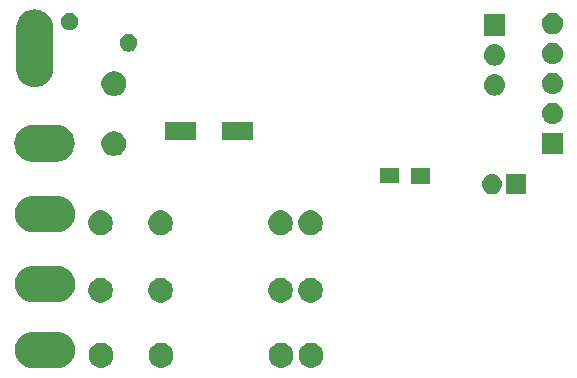
<source format=gbr>
G04 #@! TF.GenerationSoftware,KiCad,Pcbnew,(5.0.2)-1*
G04 #@! TF.CreationDate,2019-05-25T20:10:37+08:00*
G04 #@! TF.ProjectId,3RELAY,3352454c-4159-42e6-9b69-6361645f7063,rev?*
G04 #@! TF.SameCoordinates,Original*
G04 #@! TF.FileFunction,Soldermask,Bot*
G04 #@! TF.FilePolarity,Negative*
%FSLAX46Y46*%
G04 Gerber Fmt 4.6, Leading zero omitted, Abs format (unit mm)*
G04 Created by KiCad (PCBNEW (5.0.2)-1) date 2019-05-25 20:10:37*
%MOMM*%
%LPD*%
G01*
G04 APERTURE LIST*
%ADD10C,0.100000*%
G04 APERTURE END LIST*
D10*
G36*
X134649463Y-127455461D02*
X134801369Y-127470422D01*
X134996279Y-127529547D01*
X135093735Y-127559110D01*
X135192010Y-127611640D01*
X135363178Y-127703131D01*
X135599349Y-127896951D01*
X135793169Y-128133122D01*
X135884660Y-128304290D01*
X135937190Y-128402565D01*
X135937190Y-128402566D01*
X136025878Y-128694931D01*
X136055824Y-128998980D01*
X136025878Y-129303029D01*
X135966753Y-129497939D01*
X135937190Y-129595395D01*
X135884660Y-129693670D01*
X135793169Y-129864838D01*
X135599349Y-130101009D01*
X135363178Y-130294829D01*
X135218195Y-130372324D01*
X135093735Y-130438850D01*
X134996279Y-130468413D01*
X134801369Y-130527538D01*
X134649463Y-130542499D01*
X134573511Y-130549980D01*
X132421129Y-130549980D01*
X132345177Y-130542499D01*
X132193271Y-130527538D01*
X131998361Y-130468413D01*
X131900905Y-130438850D01*
X131776445Y-130372324D01*
X131631462Y-130294829D01*
X131395291Y-130101009D01*
X131201471Y-129864838D01*
X131109980Y-129693670D01*
X131057450Y-129595395D01*
X131027887Y-129497939D01*
X130968762Y-129303029D01*
X130938816Y-128998980D01*
X130968762Y-128694931D01*
X131057450Y-128402566D01*
X131057450Y-128402565D01*
X131109980Y-128304290D01*
X131201471Y-128133122D01*
X131395291Y-127896951D01*
X131631462Y-127703131D01*
X131802630Y-127611640D01*
X131900905Y-127559110D01*
X131998361Y-127529547D01*
X132193271Y-127470422D01*
X132345177Y-127455461D01*
X132421129Y-127447980D01*
X134573511Y-127447980D01*
X134649463Y-127455461D01*
X134649463Y-127455461D01*
G37*
G36*
X143622405Y-128430329D02*
X143813674Y-128509555D01*
X143985816Y-128624577D01*
X144132203Y-128770964D01*
X144247225Y-128943106D01*
X144326451Y-129134375D01*
X144366840Y-129337424D01*
X144366840Y-129544456D01*
X144326451Y-129747505D01*
X144247225Y-129938774D01*
X144132203Y-130110916D01*
X143985816Y-130257303D01*
X143813674Y-130372325D01*
X143622405Y-130451551D01*
X143419356Y-130491940D01*
X143212324Y-130491940D01*
X143009275Y-130451551D01*
X142818006Y-130372325D01*
X142645864Y-130257303D01*
X142499477Y-130110916D01*
X142384455Y-129938774D01*
X142305229Y-129747505D01*
X142264840Y-129544456D01*
X142264840Y-129337424D01*
X142305229Y-129134375D01*
X142384455Y-128943106D01*
X142499477Y-128770964D01*
X142645864Y-128624577D01*
X142818006Y-128509555D01*
X143009275Y-128430329D01*
X143212324Y-128389940D01*
X143419356Y-128389940D01*
X143622405Y-128430329D01*
X143622405Y-128430329D01*
G37*
G36*
X156322405Y-128430329D02*
X156513674Y-128509555D01*
X156685816Y-128624577D01*
X156832203Y-128770964D01*
X156947225Y-128943106D01*
X157026451Y-129134375D01*
X157066840Y-129337424D01*
X157066840Y-129544456D01*
X157026451Y-129747505D01*
X156947225Y-129938774D01*
X156832203Y-130110916D01*
X156685816Y-130257303D01*
X156513674Y-130372325D01*
X156322405Y-130451551D01*
X156119356Y-130491940D01*
X155912324Y-130491940D01*
X155709275Y-130451551D01*
X155518006Y-130372325D01*
X155345864Y-130257303D01*
X155199477Y-130110916D01*
X155084455Y-129938774D01*
X155005229Y-129747505D01*
X154964840Y-129544456D01*
X154964840Y-129337424D01*
X155005229Y-129134375D01*
X155084455Y-128943106D01*
X155199477Y-128770964D01*
X155345864Y-128624577D01*
X155518006Y-128509555D01*
X155709275Y-128430329D01*
X155912324Y-128389940D01*
X156119356Y-128389940D01*
X156322405Y-128430329D01*
X156322405Y-128430329D01*
G37*
G36*
X153782405Y-128430329D02*
X153973674Y-128509555D01*
X154145816Y-128624577D01*
X154292203Y-128770964D01*
X154407225Y-128943106D01*
X154486451Y-129134375D01*
X154526840Y-129337424D01*
X154526840Y-129544456D01*
X154486451Y-129747505D01*
X154407225Y-129938774D01*
X154292203Y-130110916D01*
X154145816Y-130257303D01*
X153973674Y-130372325D01*
X153782405Y-130451551D01*
X153579356Y-130491940D01*
X153372324Y-130491940D01*
X153169275Y-130451551D01*
X152978006Y-130372325D01*
X152805864Y-130257303D01*
X152659477Y-130110916D01*
X152544455Y-129938774D01*
X152465229Y-129747505D01*
X152424840Y-129544456D01*
X152424840Y-129337424D01*
X152465229Y-129134375D01*
X152544455Y-128943106D01*
X152659477Y-128770964D01*
X152805864Y-128624577D01*
X152978006Y-128509555D01*
X153169275Y-128430329D01*
X153372324Y-128389940D01*
X153579356Y-128389940D01*
X153782405Y-128430329D01*
X153782405Y-128430329D01*
G37*
G36*
X138542405Y-128430329D02*
X138733674Y-128509555D01*
X138905816Y-128624577D01*
X139052203Y-128770964D01*
X139167225Y-128943106D01*
X139246451Y-129134375D01*
X139286840Y-129337424D01*
X139286840Y-129544456D01*
X139246451Y-129747505D01*
X139167225Y-129938774D01*
X139052203Y-130110916D01*
X138905816Y-130257303D01*
X138733674Y-130372325D01*
X138542405Y-130451551D01*
X138339356Y-130491940D01*
X138132324Y-130491940D01*
X137929275Y-130451551D01*
X137738006Y-130372325D01*
X137565864Y-130257303D01*
X137419477Y-130110916D01*
X137304455Y-129938774D01*
X137225229Y-129747505D01*
X137184840Y-129544456D01*
X137184840Y-129337424D01*
X137225229Y-129134375D01*
X137304455Y-128943106D01*
X137419477Y-128770964D01*
X137565864Y-128624577D01*
X137738006Y-128509555D01*
X137929275Y-128430329D01*
X138132324Y-128389940D01*
X138339356Y-128389940D01*
X138542405Y-128430329D01*
X138542405Y-128430329D01*
G37*
G36*
X156290505Y-122915989D02*
X156481774Y-122995215D01*
X156653916Y-123110237D01*
X156800303Y-123256624D01*
X156915325Y-123428766D01*
X156994551Y-123620035D01*
X157034940Y-123823084D01*
X157034940Y-124030116D01*
X156994551Y-124233165D01*
X156915325Y-124424434D01*
X156800303Y-124596576D01*
X156653916Y-124742963D01*
X156481774Y-124857985D01*
X156290505Y-124937211D01*
X156087456Y-124977600D01*
X155880424Y-124977600D01*
X155677375Y-124937211D01*
X155486106Y-124857985D01*
X155313964Y-124742963D01*
X155167577Y-124596576D01*
X155052555Y-124424434D01*
X154973329Y-124233165D01*
X154932940Y-124030116D01*
X154932940Y-123823084D01*
X154973329Y-123620035D01*
X155052555Y-123428766D01*
X155167577Y-123256624D01*
X155313964Y-123110237D01*
X155486106Y-122995215D01*
X155677375Y-122915989D01*
X155880424Y-122875600D01*
X156087456Y-122875600D01*
X156290505Y-122915989D01*
X156290505Y-122915989D01*
G37*
G36*
X138510505Y-122915989D02*
X138701774Y-122995215D01*
X138873916Y-123110237D01*
X139020303Y-123256624D01*
X139135325Y-123428766D01*
X139214551Y-123620035D01*
X139254940Y-123823084D01*
X139254940Y-124030116D01*
X139214551Y-124233165D01*
X139135325Y-124424434D01*
X139020303Y-124596576D01*
X138873916Y-124742963D01*
X138701774Y-124857985D01*
X138510505Y-124937211D01*
X138307456Y-124977600D01*
X138100424Y-124977600D01*
X137897375Y-124937211D01*
X137706106Y-124857985D01*
X137533964Y-124742963D01*
X137387577Y-124596576D01*
X137272555Y-124424434D01*
X137193329Y-124233165D01*
X137152940Y-124030116D01*
X137152940Y-123823084D01*
X137193329Y-123620035D01*
X137272555Y-123428766D01*
X137387577Y-123256624D01*
X137533964Y-123110237D01*
X137706106Y-122995215D01*
X137897375Y-122915989D01*
X138100424Y-122875600D01*
X138307456Y-122875600D01*
X138510505Y-122915989D01*
X138510505Y-122915989D01*
G37*
G36*
X153750505Y-122915989D02*
X153941774Y-122995215D01*
X154113916Y-123110237D01*
X154260303Y-123256624D01*
X154375325Y-123428766D01*
X154454551Y-123620035D01*
X154494940Y-123823084D01*
X154494940Y-124030116D01*
X154454551Y-124233165D01*
X154375325Y-124424434D01*
X154260303Y-124596576D01*
X154113916Y-124742963D01*
X153941774Y-124857985D01*
X153750505Y-124937211D01*
X153547456Y-124977600D01*
X153340424Y-124977600D01*
X153137375Y-124937211D01*
X152946106Y-124857985D01*
X152773964Y-124742963D01*
X152627577Y-124596576D01*
X152512555Y-124424434D01*
X152433329Y-124233165D01*
X152392940Y-124030116D01*
X152392940Y-123823084D01*
X152433329Y-123620035D01*
X152512555Y-123428766D01*
X152627577Y-123256624D01*
X152773964Y-123110237D01*
X152946106Y-122995215D01*
X153137375Y-122915989D01*
X153340424Y-122875600D01*
X153547456Y-122875600D01*
X153750505Y-122915989D01*
X153750505Y-122915989D01*
G37*
G36*
X143590505Y-122915989D02*
X143781774Y-122995215D01*
X143953916Y-123110237D01*
X144100303Y-123256624D01*
X144215325Y-123428766D01*
X144294551Y-123620035D01*
X144334940Y-123823084D01*
X144334940Y-124030116D01*
X144294551Y-124233165D01*
X144215325Y-124424434D01*
X144100303Y-124596576D01*
X143953916Y-124742963D01*
X143781774Y-124857985D01*
X143590505Y-124937211D01*
X143387456Y-124977600D01*
X143180424Y-124977600D01*
X142977375Y-124937211D01*
X142786106Y-124857985D01*
X142613964Y-124742963D01*
X142467577Y-124596576D01*
X142352555Y-124424434D01*
X142273329Y-124233165D01*
X142232940Y-124030116D01*
X142232940Y-123823084D01*
X142273329Y-123620035D01*
X142352555Y-123428766D01*
X142467577Y-123256624D01*
X142613964Y-123110237D01*
X142786106Y-122995215D01*
X142977375Y-122915989D01*
X143180424Y-122875600D01*
X143387456Y-122875600D01*
X143590505Y-122915989D01*
X143590505Y-122915989D01*
G37*
G36*
X134672323Y-121854761D02*
X134824229Y-121869722D01*
X135019139Y-121928847D01*
X135116595Y-121958410D01*
X135214870Y-122010940D01*
X135386038Y-122102431D01*
X135622209Y-122296251D01*
X135816029Y-122532422D01*
X135907520Y-122703590D01*
X135960050Y-122801865D01*
X135960050Y-122801866D01*
X136048738Y-123094231D01*
X136078684Y-123398280D01*
X136048738Y-123702329D01*
X136012107Y-123823084D01*
X135960050Y-123994695D01*
X135941118Y-124030114D01*
X135816029Y-124264138D01*
X135622209Y-124500309D01*
X135386038Y-124694129D01*
X135294672Y-124742965D01*
X135116595Y-124838150D01*
X135051210Y-124857984D01*
X134824229Y-124926838D01*
X134718909Y-124937211D01*
X134596371Y-124949280D01*
X132443989Y-124949280D01*
X132321451Y-124937211D01*
X132216131Y-124926838D01*
X131989150Y-124857984D01*
X131923765Y-124838150D01*
X131745688Y-124742965D01*
X131654322Y-124694129D01*
X131418151Y-124500309D01*
X131224331Y-124264138D01*
X131099242Y-124030114D01*
X131080310Y-123994695D01*
X131028253Y-123823084D01*
X130991622Y-123702329D01*
X130961676Y-123398280D01*
X130991622Y-123094231D01*
X131080310Y-122801866D01*
X131080310Y-122801865D01*
X131132840Y-122703590D01*
X131224331Y-122532422D01*
X131418151Y-122296251D01*
X131654322Y-122102431D01*
X131825490Y-122010940D01*
X131923765Y-121958410D01*
X132021221Y-121928847D01*
X132216131Y-121869722D01*
X132368037Y-121854761D01*
X132443989Y-121847280D01*
X134596371Y-121847280D01*
X134672323Y-121854761D01*
X134672323Y-121854761D01*
G37*
G36*
X138506845Y-117210029D02*
X138698114Y-117289255D01*
X138870256Y-117404277D01*
X139016643Y-117550664D01*
X139131665Y-117722806D01*
X139210891Y-117914075D01*
X139251280Y-118117124D01*
X139251280Y-118324156D01*
X139210891Y-118527205D01*
X139131665Y-118718474D01*
X139016643Y-118890616D01*
X138870256Y-119037003D01*
X138698114Y-119152025D01*
X138506845Y-119231251D01*
X138303796Y-119271640D01*
X138096764Y-119271640D01*
X137893715Y-119231251D01*
X137702446Y-119152025D01*
X137530304Y-119037003D01*
X137383917Y-118890616D01*
X137268895Y-118718474D01*
X137189669Y-118527205D01*
X137149280Y-118324156D01*
X137149280Y-118117124D01*
X137189669Y-117914075D01*
X137268895Y-117722806D01*
X137383917Y-117550664D01*
X137530304Y-117404277D01*
X137702446Y-117289255D01*
X137893715Y-117210029D01*
X138096764Y-117169640D01*
X138303796Y-117169640D01*
X138506845Y-117210029D01*
X138506845Y-117210029D01*
G37*
G36*
X143586845Y-117210029D02*
X143778114Y-117289255D01*
X143950256Y-117404277D01*
X144096643Y-117550664D01*
X144211665Y-117722806D01*
X144290891Y-117914075D01*
X144331280Y-118117124D01*
X144331280Y-118324156D01*
X144290891Y-118527205D01*
X144211665Y-118718474D01*
X144096643Y-118890616D01*
X143950256Y-119037003D01*
X143778114Y-119152025D01*
X143586845Y-119231251D01*
X143383796Y-119271640D01*
X143176764Y-119271640D01*
X142973715Y-119231251D01*
X142782446Y-119152025D01*
X142610304Y-119037003D01*
X142463917Y-118890616D01*
X142348895Y-118718474D01*
X142269669Y-118527205D01*
X142229280Y-118324156D01*
X142229280Y-118117124D01*
X142269669Y-117914075D01*
X142348895Y-117722806D01*
X142463917Y-117550664D01*
X142610304Y-117404277D01*
X142782446Y-117289255D01*
X142973715Y-117210029D01*
X143176764Y-117169640D01*
X143383796Y-117169640D01*
X143586845Y-117210029D01*
X143586845Y-117210029D01*
G37*
G36*
X156286845Y-117210029D02*
X156478114Y-117289255D01*
X156650256Y-117404277D01*
X156796643Y-117550664D01*
X156911665Y-117722806D01*
X156990891Y-117914075D01*
X157031280Y-118117124D01*
X157031280Y-118324156D01*
X156990891Y-118527205D01*
X156911665Y-118718474D01*
X156796643Y-118890616D01*
X156650256Y-119037003D01*
X156478114Y-119152025D01*
X156286845Y-119231251D01*
X156083796Y-119271640D01*
X155876764Y-119271640D01*
X155673715Y-119231251D01*
X155482446Y-119152025D01*
X155310304Y-119037003D01*
X155163917Y-118890616D01*
X155048895Y-118718474D01*
X154969669Y-118527205D01*
X154929280Y-118324156D01*
X154929280Y-118117124D01*
X154969669Y-117914075D01*
X155048895Y-117722806D01*
X155163917Y-117550664D01*
X155310304Y-117404277D01*
X155482446Y-117289255D01*
X155673715Y-117210029D01*
X155876764Y-117169640D01*
X156083796Y-117169640D01*
X156286845Y-117210029D01*
X156286845Y-117210029D01*
G37*
G36*
X153746845Y-117210029D02*
X153938114Y-117289255D01*
X154110256Y-117404277D01*
X154256643Y-117550664D01*
X154371665Y-117722806D01*
X154450891Y-117914075D01*
X154491280Y-118117124D01*
X154491280Y-118324156D01*
X154450891Y-118527205D01*
X154371665Y-118718474D01*
X154256643Y-118890616D01*
X154110256Y-119037003D01*
X153938114Y-119152025D01*
X153746845Y-119231251D01*
X153543796Y-119271640D01*
X153336764Y-119271640D01*
X153133715Y-119231251D01*
X152942446Y-119152025D01*
X152770304Y-119037003D01*
X152623917Y-118890616D01*
X152508895Y-118718474D01*
X152429669Y-118527205D01*
X152389280Y-118324156D01*
X152389280Y-118117124D01*
X152429669Y-117914075D01*
X152508895Y-117722806D01*
X152623917Y-117550664D01*
X152770304Y-117404277D01*
X152942446Y-117289255D01*
X153133715Y-117210029D01*
X153336764Y-117169640D01*
X153543796Y-117169640D01*
X153746845Y-117210029D01*
X153746845Y-117210029D01*
G37*
G36*
X134659623Y-115931481D02*
X134811529Y-115946442D01*
X135006439Y-116005567D01*
X135103895Y-116035130D01*
X135202170Y-116087660D01*
X135373338Y-116179151D01*
X135609509Y-116372971D01*
X135803329Y-116609142D01*
X135894820Y-116780310D01*
X135947350Y-116878585D01*
X135947350Y-116878586D01*
X136036038Y-117170951D01*
X136065984Y-117475000D01*
X136036038Y-117779049D01*
X135995078Y-117914075D01*
X135947350Y-118071415D01*
X135894820Y-118169690D01*
X135803329Y-118340858D01*
X135609509Y-118577029D01*
X135373338Y-118770849D01*
X135202170Y-118862340D01*
X135103895Y-118914870D01*
X135006439Y-118944433D01*
X134811529Y-119003558D01*
X134659623Y-119018519D01*
X134583671Y-119026000D01*
X132431289Y-119026000D01*
X132355337Y-119018519D01*
X132203431Y-119003558D01*
X132008521Y-118944433D01*
X131911065Y-118914870D01*
X131812790Y-118862340D01*
X131641622Y-118770849D01*
X131405451Y-118577029D01*
X131211631Y-118340858D01*
X131120140Y-118169690D01*
X131067610Y-118071415D01*
X131019882Y-117914075D01*
X130978922Y-117779049D01*
X130948976Y-117475000D01*
X130978922Y-117170951D01*
X131067610Y-116878586D01*
X131067610Y-116878585D01*
X131120140Y-116780310D01*
X131211631Y-116609142D01*
X131405451Y-116372971D01*
X131641622Y-116179151D01*
X131812790Y-116087660D01*
X131911065Y-116035130D01*
X132008521Y-116005567D01*
X132203431Y-115946442D01*
X132355337Y-115931481D01*
X132431289Y-115924000D01*
X134583671Y-115924000D01*
X134659623Y-115931481D01*
X134659623Y-115931481D01*
G37*
G36*
X174204480Y-115816480D02*
X172502480Y-115816480D01*
X172502480Y-114114480D01*
X174204480Y-114114480D01*
X174204480Y-115816480D01*
X174204480Y-115816480D01*
G37*
G36*
X171520301Y-114126793D02*
X171520304Y-114126794D01*
X171520305Y-114126794D01*
X171680719Y-114175455D01*
X171680721Y-114175456D01*
X171680724Y-114175457D01*
X171828558Y-114254475D01*
X171958139Y-114360821D01*
X172064485Y-114490402D01*
X172143503Y-114638236D01*
X172192167Y-114798659D01*
X172208597Y-114965480D01*
X172192167Y-115132301D01*
X172143503Y-115292724D01*
X172064485Y-115440558D01*
X171958139Y-115570139D01*
X171828558Y-115676485D01*
X171680724Y-115755503D01*
X171680721Y-115755504D01*
X171680719Y-115755505D01*
X171520305Y-115804166D01*
X171520304Y-115804166D01*
X171520301Y-115804167D01*
X171395284Y-115816480D01*
X171311676Y-115816480D01*
X171186659Y-115804167D01*
X171186656Y-115804166D01*
X171186655Y-115804166D01*
X171026241Y-115755505D01*
X171026239Y-115755504D01*
X171026236Y-115755503D01*
X170878402Y-115676485D01*
X170748821Y-115570139D01*
X170642475Y-115440558D01*
X170563457Y-115292724D01*
X170514793Y-115132301D01*
X170498363Y-114965480D01*
X170514793Y-114798659D01*
X170563457Y-114638236D01*
X170642475Y-114490402D01*
X170748821Y-114360821D01*
X170878402Y-114254475D01*
X171026236Y-114175457D01*
X171026239Y-114175456D01*
X171026241Y-114175455D01*
X171186655Y-114126794D01*
X171186656Y-114126794D01*
X171186659Y-114126793D01*
X171311676Y-114114480D01*
X171395284Y-114114480D01*
X171520301Y-114126793D01*
X171520301Y-114126793D01*
G37*
G36*
X166132420Y-114898740D02*
X164530420Y-114898740D01*
X164530420Y-113596740D01*
X166132420Y-113596740D01*
X166132420Y-114898740D01*
X166132420Y-114898740D01*
G37*
G36*
X163506060Y-114875880D02*
X161904060Y-114875880D01*
X161904060Y-113573880D01*
X163506060Y-113573880D01*
X163506060Y-114875880D01*
X163506060Y-114875880D01*
G37*
G36*
X134616443Y-109956481D02*
X134768349Y-109971442D01*
X134963259Y-110030567D01*
X135060715Y-110060130D01*
X135158990Y-110112660D01*
X135330158Y-110204151D01*
X135566329Y-110397971D01*
X135760149Y-110634142D01*
X135851640Y-110805310D01*
X135904170Y-110903585D01*
X135904170Y-110903586D01*
X135992858Y-111195951D01*
X136022804Y-111500000D01*
X135992858Y-111804049D01*
X135987963Y-111820185D01*
X135904170Y-112096415D01*
X135857572Y-112183593D01*
X135760149Y-112365858D01*
X135566329Y-112602029D01*
X135330158Y-112795849D01*
X135158990Y-112887340D01*
X135060715Y-112939870D01*
X134963259Y-112969433D01*
X134768349Y-113028558D01*
X134616443Y-113043519D01*
X134540491Y-113051000D01*
X132388109Y-113051000D01*
X132312157Y-113043519D01*
X132160251Y-113028558D01*
X131965341Y-112969433D01*
X131867885Y-112939870D01*
X131769610Y-112887340D01*
X131598442Y-112795849D01*
X131362271Y-112602029D01*
X131168451Y-112365858D01*
X131071028Y-112183593D01*
X131024430Y-112096415D01*
X130940637Y-111820185D01*
X130935742Y-111804049D01*
X130905796Y-111500000D01*
X130935742Y-111195951D01*
X131024430Y-110903586D01*
X131024430Y-110903585D01*
X131076960Y-110805310D01*
X131168451Y-110634142D01*
X131362271Y-110397971D01*
X131598442Y-110204151D01*
X131769610Y-110112660D01*
X131867885Y-110060130D01*
X131965341Y-110030567D01*
X132160251Y-109971442D01*
X132312157Y-109956481D01*
X132388109Y-109949000D01*
X134540491Y-109949000D01*
X134616443Y-109956481D01*
X134616443Y-109956481D01*
G37*
G36*
X139630805Y-110503009D02*
X139822074Y-110582235D01*
X139994216Y-110697257D01*
X140140603Y-110843644D01*
X140255625Y-111015786D01*
X140334851Y-111207055D01*
X140375240Y-111410104D01*
X140375240Y-111617136D01*
X140334851Y-111820185D01*
X140255625Y-112011454D01*
X140140603Y-112183596D01*
X139994216Y-112329983D01*
X139822074Y-112445005D01*
X139630805Y-112524231D01*
X139427756Y-112564620D01*
X139220724Y-112564620D01*
X139017675Y-112524231D01*
X138826406Y-112445005D01*
X138654264Y-112329983D01*
X138507877Y-112183596D01*
X138392855Y-112011454D01*
X138313629Y-111820185D01*
X138273240Y-111617136D01*
X138273240Y-111410104D01*
X138313629Y-111207055D01*
X138392855Y-111015786D01*
X138507877Y-110843644D01*
X138654264Y-110697257D01*
X138826406Y-110582235D01*
X139017675Y-110503009D01*
X139220724Y-110462620D01*
X139427756Y-110462620D01*
X139630805Y-110503009D01*
X139630805Y-110503009D01*
G37*
G36*
X177372580Y-112396840D02*
X175570580Y-112396840D01*
X175570580Y-110594840D01*
X177372580Y-110594840D01*
X177372580Y-112396840D01*
X177372580Y-112396840D01*
G37*
G36*
X151107660Y-111207980D02*
X148505660Y-111207980D01*
X148505660Y-109705980D01*
X151107660Y-109705980D01*
X151107660Y-111207980D01*
X151107660Y-111207980D01*
G37*
G36*
X146252660Y-111207980D02*
X143650660Y-111207980D01*
X143650660Y-109705980D01*
X146252660Y-109705980D01*
X146252660Y-111207980D01*
X146252660Y-111207980D01*
G37*
G36*
X176582022Y-108061358D02*
X176648207Y-108067877D01*
X176761433Y-108102224D01*
X176818047Y-108119397D01*
X176956667Y-108193492D01*
X176974571Y-108203062D01*
X177010309Y-108232392D01*
X177111766Y-108315654D01*
X177195028Y-108417111D01*
X177224358Y-108452849D01*
X177224359Y-108452851D01*
X177308023Y-108609373D01*
X177308023Y-108609374D01*
X177359543Y-108779213D01*
X177376939Y-108955840D01*
X177359543Y-109132467D01*
X177325196Y-109245693D01*
X177308023Y-109302307D01*
X177233928Y-109440927D01*
X177224358Y-109458831D01*
X177195028Y-109494569D01*
X177111766Y-109596026D01*
X177010309Y-109679288D01*
X176974571Y-109708618D01*
X176974569Y-109708619D01*
X176818047Y-109792283D01*
X176761433Y-109809456D01*
X176648207Y-109843803D01*
X176582022Y-109850322D01*
X176515840Y-109856840D01*
X176427320Y-109856840D01*
X176361138Y-109850322D01*
X176294953Y-109843803D01*
X176181727Y-109809456D01*
X176125113Y-109792283D01*
X175968591Y-109708619D01*
X175968589Y-109708618D01*
X175932851Y-109679288D01*
X175831394Y-109596026D01*
X175748132Y-109494569D01*
X175718802Y-109458831D01*
X175709232Y-109440927D01*
X175635137Y-109302307D01*
X175617964Y-109245693D01*
X175583617Y-109132467D01*
X175566221Y-108955840D01*
X175583617Y-108779213D01*
X175635137Y-108609374D01*
X175635137Y-108609373D01*
X175718801Y-108452851D01*
X175718802Y-108452849D01*
X175748132Y-108417111D01*
X175831394Y-108315654D01*
X175932851Y-108232392D01*
X175968589Y-108203062D01*
X175986493Y-108193492D01*
X176125113Y-108119397D01*
X176181727Y-108102224D01*
X176294953Y-108067877D01*
X176361138Y-108061358D01*
X176427320Y-108054840D01*
X176515840Y-108054840D01*
X176582022Y-108061358D01*
X176582022Y-108061358D01*
G37*
G36*
X139640805Y-105423009D02*
X139832074Y-105502235D01*
X140004216Y-105617257D01*
X140150603Y-105763644D01*
X140265625Y-105935786D01*
X140344851Y-106127055D01*
X140385240Y-106330104D01*
X140385240Y-106537136D01*
X140344851Y-106740185D01*
X140265625Y-106931454D01*
X140150603Y-107103596D01*
X140004216Y-107249983D01*
X139832074Y-107365005D01*
X139640805Y-107444231D01*
X139437756Y-107484620D01*
X139230724Y-107484620D01*
X139027675Y-107444231D01*
X138836406Y-107365005D01*
X138664264Y-107249983D01*
X138517877Y-107103596D01*
X138402855Y-106931454D01*
X138323629Y-106740185D01*
X138283240Y-106537136D01*
X138283240Y-106330104D01*
X138323629Y-106127055D01*
X138402855Y-105935786D01*
X138517877Y-105763644D01*
X138664264Y-105617257D01*
X138836406Y-105502235D01*
X139027675Y-105423009D01*
X139230724Y-105382620D01*
X139437756Y-105382620D01*
X139640805Y-105423009D01*
X139640805Y-105423009D01*
G37*
G36*
X171662043Y-105653439D02*
X171728227Y-105659957D01*
X171841453Y-105694304D01*
X171898067Y-105711477D01*
X172018132Y-105775654D01*
X172054591Y-105795142D01*
X172090329Y-105824472D01*
X172191786Y-105907734D01*
X172275048Y-106009191D01*
X172304378Y-106044929D01*
X172304379Y-106044931D01*
X172388043Y-106201453D01*
X172388043Y-106201454D01*
X172439563Y-106371293D01*
X172456959Y-106547920D01*
X172439563Y-106724547D01*
X172405216Y-106837773D01*
X172388043Y-106894387D01*
X172374978Y-106918829D01*
X172304378Y-107050911D01*
X172300180Y-107056026D01*
X172191786Y-107188106D01*
X172090329Y-107271368D01*
X172054591Y-107300698D01*
X172054589Y-107300699D01*
X171898067Y-107384363D01*
X171841453Y-107401536D01*
X171728227Y-107435883D01*
X171662043Y-107442401D01*
X171595860Y-107448920D01*
X171507340Y-107448920D01*
X171441157Y-107442401D01*
X171374973Y-107435883D01*
X171261747Y-107401536D01*
X171205133Y-107384363D01*
X171048611Y-107300699D01*
X171048609Y-107300698D01*
X171012871Y-107271368D01*
X170911414Y-107188106D01*
X170803020Y-107056026D01*
X170798822Y-107050911D01*
X170728222Y-106918829D01*
X170715157Y-106894387D01*
X170697984Y-106837773D01*
X170663637Y-106724547D01*
X170646241Y-106547920D01*
X170663637Y-106371293D01*
X170715157Y-106201454D01*
X170715157Y-106201453D01*
X170798821Y-106044931D01*
X170798822Y-106044929D01*
X170828152Y-106009191D01*
X170911414Y-105907734D01*
X171012871Y-105824472D01*
X171048609Y-105795142D01*
X171085068Y-105775654D01*
X171205133Y-105711477D01*
X171261747Y-105694304D01*
X171374973Y-105659957D01*
X171441157Y-105653439D01*
X171507340Y-105646920D01*
X171595860Y-105646920D01*
X171662043Y-105653439D01*
X171662043Y-105653439D01*
G37*
G36*
X176582022Y-105521358D02*
X176648207Y-105527877D01*
X176761433Y-105562224D01*
X176818047Y-105579397D01*
X176888873Y-105617255D01*
X176974571Y-105663062D01*
X177010309Y-105692392D01*
X177111766Y-105775654D01*
X177195028Y-105877111D01*
X177224358Y-105912849D01*
X177224359Y-105912851D01*
X177308023Y-106069373D01*
X177308023Y-106069374D01*
X177359543Y-106239213D01*
X177376939Y-106415840D01*
X177359543Y-106592467D01*
X177344660Y-106641530D01*
X177308023Y-106762307D01*
X177237424Y-106894386D01*
X177224358Y-106918831D01*
X177195028Y-106954569D01*
X177111766Y-107056026D01*
X177010309Y-107139288D01*
X176974571Y-107168618D01*
X176974569Y-107168619D01*
X176818047Y-107252283D01*
X176761433Y-107269456D01*
X176648207Y-107303803D01*
X176582022Y-107310322D01*
X176515840Y-107316840D01*
X176427320Y-107316840D01*
X176361138Y-107310322D01*
X176294953Y-107303803D01*
X176181727Y-107269456D01*
X176125113Y-107252283D01*
X175968591Y-107168619D01*
X175968589Y-107168618D01*
X175932851Y-107139288D01*
X175831394Y-107056026D01*
X175748132Y-106954569D01*
X175718802Y-106918831D01*
X175705736Y-106894386D01*
X175635137Y-106762307D01*
X175598500Y-106641530D01*
X175583617Y-106592467D01*
X175566221Y-106415840D01*
X175583617Y-106239213D01*
X175635137Y-106069374D01*
X175635137Y-106069373D01*
X175718801Y-105912851D01*
X175718802Y-105912849D01*
X175748132Y-105877111D01*
X175831394Y-105775654D01*
X175932851Y-105692392D01*
X175968589Y-105663062D01*
X176054287Y-105617255D01*
X176125113Y-105579397D01*
X176181727Y-105562224D01*
X176294953Y-105527877D01*
X176361137Y-105521359D01*
X176427320Y-105514840D01*
X176515840Y-105514840D01*
X176582022Y-105521358D01*
X176582022Y-105521358D01*
G37*
G36*
X132922528Y-100173102D02*
X133117438Y-100232227D01*
X133214894Y-100261790D01*
X133349615Y-100333801D01*
X133484337Y-100405811D01*
X133720509Y-100599631D01*
X133720510Y-100599633D01*
X133720512Y-100599634D01*
X133836801Y-100741334D01*
X133914329Y-100835802D01*
X134005820Y-101006970D01*
X134058350Y-101105245D01*
X134087913Y-101202701D01*
X134147038Y-101397611D01*
X134169480Y-101625470D01*
X134169480Y-105277850D01*
X134147038Y-105505709D01*
X134144268Y-105514840D01*
X134058350Y-105798075D01*
X134005820Y-105896350D01*
X133914329Y-106067518D01*
X133720509Y-106303689D01*
X133484338Y-106497509D01*
X133313170Y-106589000D01*
X133214895Y-106641530D01*
X133117439Y-106671093D01*
X132922529Y-106730218D01*
X132618480Y-106760164D01*
X132314432Y-106730218D01*
X132119522Y-106671093D01*
X132022066Y-106641530D01*
X131923791Y-106589000D01*
X131752623Y-106497509D01*
X131516452Y-106303689D01*
X131322632Y-106067518D01*
X131231141Y-105896350D01*
X131178611Y-105798075D01*
X131092693Y-105514840D01*
X131089923Y-105505709D01*
X131067481Y-105277850D01*
X131067480Y-101625471D01*
X131089922Y-101397612D01*
X131178610Y-101105247D01*
X131178610Y-101105246D01*
X131258876Y-100955081D01*
X131322631Y-100835803D01*
X131516451Y-100599631D01*
X131516453Y-100599630D01*
X131516454Y-100599628D01*
X131675060Y-100469464D01*
X131752622Y-100405811D01*
X131923790Y-100314320D01*
X132022065Y-100261790D01*
X132119521Y-100232227D01*
X132314431Y-100173102D01*
X132618480Y-100143156D01*
X132922528Y-100173102D01*
X132922528Y-100173102D01*
G37*
G36*
X171662042Y-103113438D02*
X171728227Y-103119957D01*
X171841453Y-103154304D01*
X171898067Y-103171477D01*
X171938705Y-103193199D01*
X172054591Y-103255142D01*
X172090329Y-103284472D01*
X172191786Y-103367734D01*
X172261658Y-103452875D01*
X172304378Y-103504929D01*
X172304379Y-103504931D01*
X172388043Y-103661453D01*
X172388043Y-103661454D01*
X172439563Y-103831293D01*
X172456959Y-104007920D01*
X172439563Y-104184547D01*
X172405216Y-104297773D01*
X172388043Y-104354387D01*
X172374978Y-104378829D01*
X172304378Y-104510911D01*
X172300180Y-104516026D01*
X172191786Y-104648106D01*
X172090329Y-104731368D01*
X172054591Y-104760698D01*
X172054589Y-104760699D01*
X171898067Y-104844363D01*
X171841453Y-104861536D01*
X171728227Y-104895883D01*
X171662043Y-104902401D01*
X171595860Y-104908920D01*
X171507340Y-104908920D01*
X171441158Y-104902402D01*
X171374973Y-104895883D01*
X171261747Y-104861536D01*
X171205133Y-104844363D01*
X171048611Y-104760699D01*
X171048609Y-104760698D01*
X171012871Y-104731368D01*
X170911414Y-104648106D01*
X170803020Y-104516026D01*
X170798822Y-104510911D01*
X170728222Y-104378829D01*
X170715157Y-104354387D01*
X170697984Y-104297773D01*
X170663637Y-104184547D01*
X170646241Y-104007920D01*
X170663637Y-103831293D01*
X170715157Y-103661454D01*
X170715157Y-103661453D01*
X170798821Y-103504931D01*
X170798822Y-103504929D01*
X170841542Y-103452875D01*
X170911414Y-103367734D01*
X171012871Y-103284472D01*
X171048609Y-103255142D01*
X171164495Y-103193199D01*
X171205133Y-103171477D01*
X171261747Y-103154304D01*
X171374973Y-103119957D01*
X171441158Y-103113438D01*
X171507340Y-103106920D01*
X171595860Y-103106920D01*
X171662042Y-103113438D01*
X171662042Y-103113438D01*
G37*
G36*
X176582023Y-102981359D02*
X176648207Y-102987877D01*
X176761433Y-103022224D01*
X176818047Y-103039397D01*
X176944372Y-103106920D01*
X176974571Y-103123062D01*
X177010309Y-103152392D01*
X177111766Y-103235654D01*
X177189088Y-103329873D01*
X177224358Y-103372849D01*
X177224359Y-103372851D01*
X177308023Y-103529373D01*
X177308023Y-103529374D01*
X177359543Y-103699213D01*
X177376939Y-103875840D01*
X177359543Y-104052467D01*
X177325196Y-104165693D01*
X177308023Y-104222307D01*
X177237424Y-104354386D01*
X177224358Y-104378831D01*
X177195028Y-104414569D01*
X177111766Y-104516026D01*
X177010309Y-104599288D01*
X176974571Y-104628618D01*
X176974569Y-104628619D01*
X176818047Y-104712283D01*
X176761433Y-104729456D01*
X176648207Y-104763803D01*
X176582022Y-104770322D01*
X176515840Y-104776840D01*
X176427320Y-104776840D01*
X176361138Y-104770322D01*
X176294953Y-104763803D01*
X176181727Y-104729456D01*
X176125113Y-104712283D01*
X175968591Y-104628619D01*
X175968589Y-104628618D01*
X175932851Y-104599288D01*
X175831394Y-104516026D01*
X175748132Y-104414569D01*
X175718802Y-104378831D01*
X175705736Y-104354386D01*
X175635137Y-104222307D01*
X175617964Y-104165693D01*
X175583617Y-104052467D01*
X175566221Y-103875840D01*
X175583617Y-103699213D01*
X175635137Y-103529374D01*
X175635137Y-103529373D01*
X175718801Y-103372851D01*
X175718802Y-103372849D01*
X175754072Y-103329873D01*
X175831394Y-103235654D01*
X175932851Y-103152392D01*
X175968589Y-103123062D01*
X175998788Y-103106920D01*
X176125113Y-103039397D01*
X176181727Y-103022224D01*
X176294953Y-102987877D01*
X176361137Y-102981359D01*
X176427320Y-102974840D01*
X176515840Y-102974840D01*
X176582023Y-102981359D01*
X176582023Y-102981359D01*
G37*
G36*
X140705764Y-102234684D02*
X140792819Y-102252000D01*
X140929492Y-102308612D01*
X140929493Y-102308613D01*
X141052498Y-102390802D01*
X141157098Y-102495402D01*
X141157100Y-102495405D01*
X141239288Y-102618408D01*
X141295900Y-102755081D01*
X141324760Y-102900173D01*
X141324760Y-103048107D01*
X141295900Y-103193199D01*
X141239288Y-103329872D01*
X141210570Y-103372851D01*
X141157098Y-103452878D01*
X141052498Y-103557478D01*
X141052495Y-103557480D01*
X140929492Y-103639668D01*
X140792819Y-103696280D01*
X140705764Y-103713596D01*
X140647729Y-103725140D01*
X140499791Y-103725140D01*
X140441756Y-103713596D01*
X140354701Y-103696280D01*
X140218028Y-103639668D01*
X140095025Y-103557480D01*
X140095022Y-103557478D01*
X139990422Y-103452878D01*
X139936950Y-103372851D01*
X139908232Y-103329872D01*
X139851620Y-103193199D01*
X139822760Y-103048107D01*
X139822760Y-102900173D01*
X139851620Y-102755081D01*
X139908232Y-102618408D01*
X139990420Y-102495405D01*
X139990422Y-102495402D01*
X140095022Y-102390802D01*
X140218027Y-102308613D01*
X140218028Y-102308612D01*
X140354701Y-102252000D01*
X140441756Y-102234684D01*
X140499791Y-102223140D01*
X140647729Y-102223140D01*
X140705764Y-102234684D01*
X140705764Y-102234684D01*
G37*
G36*
X172452600Y-102368920D02*
X170650600Y-102368920D01*
X170650600Y-100566920D01*
X172452600Y-100566920D01*
X172452600Y-102368920D01*
X172452600Y-102368920D01*
G37*
G36*
X176734392Y-100469464D02*
X176898364Y-100537384D01*
X177045934Y-100635987D01*
X177171433Y-100761486D01*
X177270036Y-100909056D01*
X177337956Y-101073028D01*
X177372580Y-101247099D01*
X177372580Y-101424581D01*
X177337956Y-101598652D01*
X177270036Y-101762624D01*
X177171433Y-101910194D01*
X177045934Y-102035693D01*
X176898364Y-102134296D01*
X176734392Y-102202216D01*
X176560321Y-102236840D01*
X176382839Y-102236840D01*
X176208768Y-102202216D01*
X176044796Y-102134296D01*
X175897226Y-102035693D01*
X175771727Y-101910194D01*
X175673124Y-101762624D01*
X175605204Y-101598652D01*
X175570580Y-101424581D01*
X175570580Y-101247099D01*
X175605204Y-101073028D01*
X175673124Y-100909056D01*
X175771727Y-100761486D01*
X175897226Y-100635987D01*
X176044796Y-100537384D01*
X176208768Y-100469464D01*
X176382839Y-100434840D01*
X176560321Y-100434840D01*
X176734392Y-100469464D01*
X176734392Y-100469464D01*
G37*
G36*
X135705764Y-100434684D02*
X135792819Y-100452000D01*
X135929492Y-100508612D01*
X135929493Y-100508613D01*
X136052498Y-100590802D01*
X136157098Y-100695402D01*
X136157100Y-100695405D01*
X136239288Y-100818408D01*
X136295900Y-100955081D01*
X136324760Y-101100173D01*
X136324760Y-101248107D01*
X136295900Y-101393199D01*
X136239288Y-101529872D01*
X136239287Y-101529873D01*
X136157098Y-101652878D01*
X136052498Y-101757478D01*
X136052495Y-101757480D01*
X135929492Y-101839668D01*
X135792819Y-101896280D01*
X135705764Y-101913596D01*
X135647729Y-101925140D01*
X135499791Y-101925140D01*
X135441756Y-101913596D01*
X135354701Y-101896280D01*
X135218028Y-101839668D01*
X135095025Y-101757480D01*
X135095022Y-101757478D01*
X134990422Y-101652878D01*
X134908233Y-101529873D01*
X134908232Y-101529872D01*
X134851620Y-101393199D01*
X134822760Y-101248107D01*
X134822760Y-101100173D01*
X134851620Y-100955081D01*
X134908232Y-100818408D01*
X134990420Y-100695405D01*
X134990422Y-100695402D01*
X135095022Y-100590802D01*
X135218027Y-100508613D01*
X135218028Y-100508612D01*
X135354701Y-100452000D01*
X135441756Y-100434684D01*
X135499791Y-100423140D01*
X135647729Y-100423140D01*
X135705764Y-100434684D01*
X135705764Y-100434684D01*
G37*
M02*

</source>
